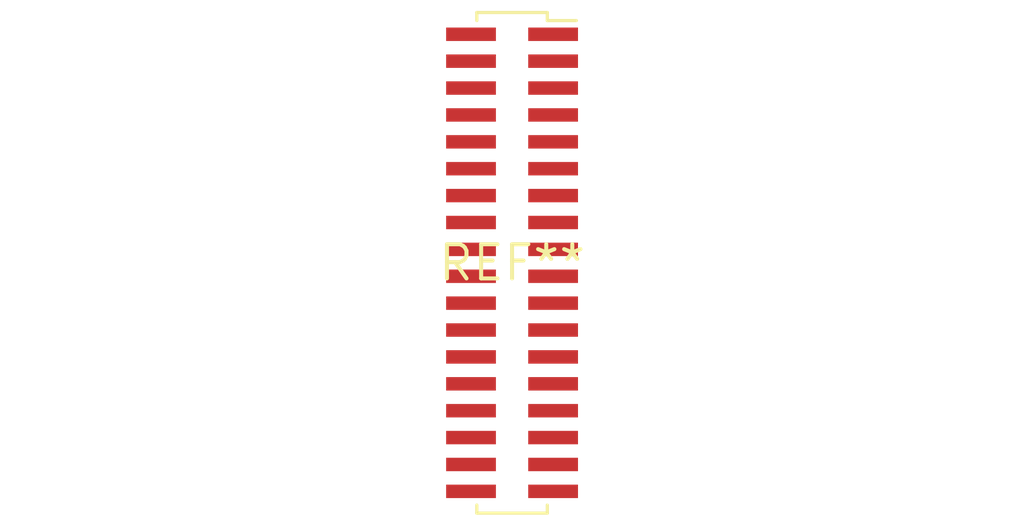
<source format=kicad_pcb>
(kicad_pcb (version 20240108) (generator pcbnew)
  (layers (0 "F.Cu" signal) (31 "B.Cu" signal) (34 "B.Paste" user) (35 "F.Paste" user) (36 "B.SilkS" user "B.Silkscreen") (37 "F.SilkS" user "F.Silkscreen") (38 "B.Mask" user) (39 "F.Mask" user) (44 "Edge.Cuts" user))
  (net 0 "")
  (footprint "PinSocket_2x18_P1.00mm_Vertical_SMD" (layer "F.Cu") (at 0 0)
    (property "Reference" "REF**")
    (property "Value" "PinSocket_2x18_P1.00mm_Vertical_SMD")
    (fp_line (start -1.31 -9.31) (end -1.31 -9.01) (layer "F.SilkS") (stroke (width 0.12)))
    (fp_line (start -1.31 -9.31) (end 1.31 -9.31) (layer "F.SilkS") (stroke (width 0.12)))
    (fp_line (start -1.31 9.01) (end -1.31 9.31) (layer "F.SilkS") (stroke (width 0.12)))
    (fp_line (start -1.31 9.31) (end 1.31 9.31) (layer "F.SilkS") (stroke (width 0.12)))
    (fp_line (start 1.31 -9.31) (end 1.31 -9.01) (layer "F.SilkS") (stroke (width 0.12)))
    (fp_line (start 1.31 -9.01) (end 2.39 -9.01) (layer "F.SilkS") (stroke (width 0.12)))
    (fp_line (start 1.31 9.01) (end 1.31 9.31) (layer "F.SilkS") (stroke (width 0.12)))
    (pad "1" smd rect (at 1.525 -8.5) (size 1.85 0.5) (layers "F.Cu" "F.Paste" "F.Mask"))
    (pad "2" smd rect (at -1.525 -8.5) (size 1.85 0.5) (layers "F.Cu" "F.Paste" "F.Mask"))
    (pad "3" smd rect (at 1.525 -7.5) (size 1.85 0.5) (layers "F.Cu" "F.Paste" "F.Mask"))
    (pad "4" smd rect (at -1.525 -7.5) (size 1.85 0.5) (layers "F.Cu" "F.Paste" "F.Mask"))
    (pad "5" smd rect (at 1.525 -6.5) (size 1.85 0.5) (layers "F.Cu" "F.Paste" "F.Mask"))
    (pad "6" smd rect (at -1.525 -6.5) (size 1.85 0.5) (layers "F.Cu" "F.Paste" "F.Mask"))
    (pad "7" smd rect (at 1.525 -5.5) (size 1.85 0.5) (layers "F.Cu" "F.Paste" "F.Mask"))
    (pad "8" smd rect (at -1.525 -5.5) (size 1.85 0.5) (layers "F.Cu" "F.Paste" "F.Mask"))
    (pad "9" smd rect (at 1.525 -4.5) (size 1.85 0.5) (layers "F.Cu" "F.Paste" "F.Mask"))
    (pad "10" smd rect (at -1.525 -4.5) (size 1.85 0.5) (layers "F.Cu" "F.Paste" "F.Mask"))
    (pad "11" smd rect (at 1.525 -3.5) (size 1.85 0.5) (layers "F.Cu" "F.Paste" "F.Mask"))
    (pad "12" smd rect (at -1.525 -3.5) (size 1.85 0.5) (layers "F.Cu" "F.Paste" "F.Mask"))
    (pad "13" smd rect (at 1.525 -2.5) (size 1.85 0.5) (layers "F.Cu" "F.Paste" "F.Mask"))
    (pad "14" smd rect (at -1.525 -2.5) (size 1.85 0.5) (layers "F.Cu" "F.Paste" "F.Mask"))
    (pad "15" smd rect (at 1.525 -1.5) (size 1.85 0.5) (layers "F.Cu" "F.Paste" "F.Mask"))
    (pad "16" smd rect (at -1.525 -1.5) (size 1.85 0.5) (layers "F.Cu" "F.Paste" "F.Mask"))
    (pad "17" smd rect (at 1.525 -0.5) (size 1.85 0.5) (layers "F.Cu" "F.Paste" "F.Mask"))
    (pad "18" smd rect (at -1.525 -0.5) (size 1.85 0.5) (layers "F.Cu" "F.Paste" "F.Mask"))
    (pad "19" smd rect (at 1.525 0.5) (size 1.85 0.5) (layers "F.Cu" "F.Paste" "F.Mask"))
    (pad "20" smd rect (at -1.525 0.5) (size 1.85 0.5) (layers "F.Cu" "F.Paste" "F.Mask"))
    (pad "21" smd rect (at 1.525 1.5) (size 1.85 0.5) (layers "F.Cu" "F.Paste" "F.Mask"))
    (pad "22" smd rect (at -1.525 1.5) (size 1.85 0.5) (layers "F.Cu" "F.Paste" "F.Mask"))
    (pad "23" smd rect (at 1.525 2.5) (size 1.85 0.5) (layers "F.Cu" "F.Paste" "F.Mask"))
    (pad "24" smd rect (at -1.525 2.5) (size 1.85 0.5) (layers "F.Cu" "F.Paste" "F.Mask"))
    (pad "25" smd rect (at 1.525 3.5) (size 1.85 0.5) (layers "F.Cu" "F.Paste" "F.Mask"))
    (pad "26" smd rect (at -1.525 3.5) (size 1.85 0.5) (layers "F.Cu" "F.Paste" "F.Mask"))
    (pad "27" smd rect (at 1.525 4.5) (size 1.85 0.5) (layers "F.Cu" "F.Paste" "F.Mask"))
    (pad "28" smd rect (at -1.525 4.5) (size 1.85 0.5) (layers "F.Cu" "F.Paste" "F.Mask"))
    (pad "29" smd rect (at 1.525 5.5) (size 1.85 0.5) (layers "F.Cu" "F.Paste" "F.Mask"))
    (pad "30" smd rect (at -1.525 5.5) (size 1.85 0.5) (layers "F.Cu" "F.Paste" "F.Mask"))
    (pad "31" smd rect (at 1.525 6.5) (size 1.85 0.5) (layers "F.Cu" "F.Paste" "F.Mask"))
    (pad "32" smd rect (at -1.525 6.5) (size 1.85 0.5) (layers "F.Cu" "F.Paste" "F.Mask"))
    (pad "33" smd rect (at 1.525 7.5) (size 1.85 0.5) (layers "F.Cu" "F.Paste" "F.Mask"))
    (pad "34" smd rect (at -1.525 7.5) (size 1.85 0.5) (layers "F.Cu" "F.Paste" "F.Mask"))
    (pad "35" smd rect (at 1.525 8.5) (size 1.85 0.5) (layers "F.Cu" "F.Paste" "F.Mask"))
    (pad "36" smd rect (at -1.525 8.5) (size 1.85 0.5) (layers "F.Cu" "F.Paste" "F.Mask"))
  )
)
</source>
